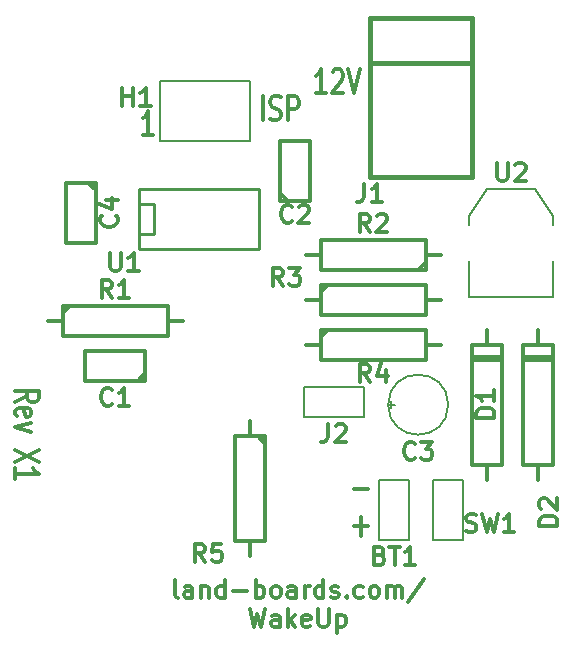
<source format=gto>
G04 (created by PCBNEW (2013-07-07 BZR 4022)-stable) date 11/7/2014 12:54:37 PM*
%MOIN*%
G04 Gerber Fmt 3.4, Leading zero omitted, Abs format*
%FSLAX34Y34*%
G01*
G70*
G90*
G04 APERTURE LIST*
%ADD10C,0.00590551*%
%ADD11C,0.012*%
%ADD12C,0.008*%
%ADD13C,0.01*%
%ADD14C,0.015*%
%ADD15C,0.006*%
%ADD16C,0.005*%
%ADD17C,0.0075*%
G04 APERTURE END LIST*
G54D10*
G54D11*
X14928Y-5023D02*
X14585Y-5023D01*
X14757Y-5023D02*
X14757Y-4223D01*
X14699Y-4338D01*
X14642Y-4414D01*
X14585Y-4452D01*
X15157Y-4300D02*
X15185Y-4261D01*
X15242Y-4223D01*
X15385Y-4223D01*
X15442Y-4261D01*
X15471Y-4300D01*
X15500Y-4376D01*
X15500Y-4452D01*
X15471Y-4566D01*
X15128Y-5023D01*
X15500Y-5023D01*
X15671Y-4223D02*
X15871Y-5023D01*
X16071Y-4223D01*
X15871Y-18219D02*
X16328Y-18219D01*
X15871Y-19459D02*
X16328Y-19459D01*
X16100Y-19763D02*
X16100Y-19154D01*
X4576Y-15299D02*
X4957Y-15099D01*
X4576Y-14957D02*
X5376Y-14957D01*
X5376Y-15185D01*
X5338Y-15242D01*
X5300Y-15271D01*
X5223Y-15299D01*
X5109Y-15299D01*
X5033Y-15271D01*
X4995Y-15242D01*
X4957Y-15185D01*
X4957Y-14957D01*
X4614Y-15785D02*
X4576Y-15728D01*
X4576Y-15614D01*
X4614Y-15557D01*
X4690Y-15528D01*
X4995Y-15528D01*
X5071Y-15557D01*
X5109Y-15614D01*
X5109Y-15728D01*
X5071Y-15785D01*
X4995Y-15814D01*
X4919Y-15814D01*
X4842Y-15528D01*
X5109Y-16014D02*
X4576Y-16157D01*
X5109Y-16300D01*
X5376Y-16928D02*
X4576Y-17328D01*
X5376Y-17328D02*
X4576Y-16928D01*
X4576Y-17871D02*
X4576Y-17528D01*
X4576Y-17700D02*
X5376Y-17700D01*
X5261Y-17642D01*
X5185Y-17585D01*
X5147Y-17528D01*
X12814Y-5923D02*
X12814Y-5123D01*
X13071Y-5885D02*
X13157Y-5923D01*
X13300Y-5923D01*
X13357Y-5885D01*
X13385Y-5847D01*
X13414Y-5771D01*
X13414Y-5695D01*
X13385Y-5619D01*
X13357Y-5580D01*
X13300Y-5542D01*
X13185Y-5504D01*
X13128Y-5466D01*
X13100Y-5428D01*
X13071Y-5352D01*
X13071Y-5276D01*
X13100Y-5200D01*
X13128Y-5161D01*
X13185Y-5123D01*
X13328Y-5123D01*
X13414Y-5161D01*
X13671Y-5923D02*
X13671Y-5123D01*
X13900Y-5123D01*
X13957Y-5161D01*
X13985Y-5200D01*
X14014Y-5276D01*
X14014Y-5390D01*
X13985Y-5466D01*
X13957Y-5504D01*
X13900Y-5542D01*
X13671Y-5542D01*
X9171Y-6423D02*
X8828Y-6423D01*
X9000Y-6423D02*
X9000Y-5623D01*
X8942Y-5738D01*
X8885Y-5814D01*
X8828Y-5852D01*
X9985Y-21842D02*
X9928Y-21814D01*
X9900Y-21757D01*
X9900Y-21242D01*
X10471Y-21842D02*
X10471Y-21528D01*
X10442Y-21471D01*
X10385Y-21442D01*
X10271Y-21442D01*
X10214Y-21471D01*
X10471Y-21814D02*
X10414Y-21842D01*
X10271Y-21842D01*
X10214Y-21814D01*
X10185Y-21757D01*
X10185Y-21700D01*
X10214Y-21642D01*
X10271Y-21614D01*
X10414Y-21614D01*
X10471Y-21585D01*
X10757Y-21442D02*
X10757Y-21842D01*
X10757Y-21500D02*
X10785Y-21471D01*
X10842Y-21442D01*
X10928Y-21442D01*
X10985Y-21471D01*
X11014Y-21528D01*
X11014Y-21842D01*
X11557Y-21842D02*
X11557Y-21242D01*
X11557Y-21814D02*
X11500Y-21842D01*
X11385Y-21842D01*
X11328Y-21814D01*
X11300Y-21785D01*
X11271Y-21728D01*
X11271Y-21557D01*
X11300Y-21500D01*
X11328Y-21471D01*
X11385Y-21442D01*
X11500Y-21442D01*
X11557Y-21471D01*
X11842Y-21614D02*
X12300Y-21614D01*
X12585Y-21842D02*
X12585Y-21242D01*
X12585Y-21471D02*
X12642Y-21442D01*
X12757Y-21442D01*
X12814Y-21471D01*
X12842Y-21500D01*
X12871Y-21557D01*
X12871Y-21728D01*
X12842Y-21785D01*
X12814Y-21814D01*
X12757Y-21842D01*
X12642Y-21842D01*
X12585Y-21814D01*
X13214Y-21842D02*
X13157Y-21814D01*
X13128Y-21785D01*
X13100Y-21728D01*
X13100Y-21557D01*
X13128Y-21500D01*
X13157Y-21471D01*
X13214Y-21442D01*
X13300Y-21442D01*
X13357Y-21471D01*
X13385Y-21500D01*
X13414Y-21557D01*
X13414Y-21728D01*
X13385Y-21785D01*
X13357Y-21814D01*
X13300Y-21842D01*
X13214Y-21842D01*
X13928Y-21842D02*
X13928Y-21528D01*
X13900Y-21471D01*
X13842Y-21442D01*
X13728Y-21442D01*
X13671Y-21471D01*
X13928Y-21814D02*
X13871Y-21842D01*
X13728Y-21842D01*
X13671Y-21814D01*
X13642Y-21757D01*
X13642Y-21700D01*
X13671Y-21642D01*
X13728Y-21614D01*
X13871Y-21614D01*
X13928Y-21585D01*
X14214Y-21842D02*
X14214Y-21442D01*
X14214Y-21557D02*
X14242Y-21500D01*
X14271Y-21471D01*
X14328Y-21442D01*
X14385Y-21442D01*
X14842Y-21842D02*
X14842Y-21242D01*
X14842Y-21814D02*
X14785Y-21842D01*
X14671Y-21842D01*
X14614Y-21814D01*
X14585Y-21785D01*
X14557Y-21728D01*
X14557Y-21557D01*
X14585Y-21500D01*
X14614Y-21471D01*
X14671Y-21442D01*
X14785Y-21442D01*
X14842Y-21471D01*
X15100Y-21814D02*
X15157Y-21842D01*
X15271Y-21842D01*
X15328Y-21814D01*
X15357Y-21757D01*
X15357Y-21728D01*
X15328Y-21671D01*
X15271Y-21642D01*
X15185Y-21642D01*
X15128Y-21614D01*
X15100Y-21557D01*
X15100Y-21528D01*
X15128Y-21471D01*
X15185Y-21442D01*
X15271Y-21442D01*
X15328Y-21471D01*
X15614Y-21785D02*
X15642Y-21814D01*
X15614Y-21842D01*
X15585Y-21814D01*
X15614Y-21785D01*
X15614Y-21842D01*
X16157Y-21814D02*
X16100Y-21842D01*
X15985Y-21842D01*
X15928Y-21814D01*
X15900Y-21785D01*
X15871Y-21728D01*
X15871Y-21557D01*
X15900Y-21500D01*
X15928Y-21471D01*
X15985Y-21442D01*
X16100Y-21442D01*
X16157Y-21471D01*
X16500Y-21842D02*
X16442Y-21814D01*
X16414Y-21785D01*
X16385Y-21728D01*
X16385Y-21557D01*
X16414Y-21500D01*
X16442Y-21471D01*
X16500Y-21442D01*
X16585Y-21442D01*
X16642Y-21471D01*
X16671Y-21500D01*
X16700Y-21557D01*
X16700Y-21728D01*
X16671Y-21785D01*
X16642Y-21814D01*
X16585Y-21842D01*
X16500Y-21842D01*
X16957Y-21842D02*
X16957Y-21442D01*
X16957Y-21500D02*
X16985Y-21471D01*
X17042Y-21442D01*
X17128Y-21442D01*
X17185Y-21471D01*
X17214Y-21528D01*
X17214Y-21842D01*
X17214Y-21528D02*
X17242Y-21471D01*
X17300Y-21442D01*
X17385Y-21442D01*
X17442Y-21471D01*
X17471Y-21528D01*
X17471Y-21842D01*
X18185Y-21214D02*
X17671Y-21985D01*
X12385Y-22202D02*
X12528Y-22802D01*
X12642Y-22374D01*
X12757Y-22802D01*
X12900Y-22202D01*
X13385Y-22802D02*
X13385Y-22488D01*
X13357Y-22431D01*
X13300Y-22402D01*
X13185Y-22402D01*
X13128Y-22431D01*
X13385Y-22774D02*
X13328Y-22802D01*
X13185Y-22802D01*
X13128Y-22774D01*
X13100Y-22717D01*
X13100Y-22660D01*
X13128Y-22602D01*
X13185Y-22574D01*
X13328Y-22574D01*
X13385Y-22545D01*
X13671Y-22802D02*
X13671Y-22202D01*
X13728Y-22574D02*
X13900Y-22802D01*
X13900Y-22402D02*
X13671Y-22631D01*
X14385Y-22774D02*
X14328Y-22802D01*
X14214Y-22802D01*
X14157Y-22774D01*
X14128Y-22717D01*
X14128Y-22488D01*
X14157Y-22431D01*
X14214Y-22402D01*
X14328Y-22402D01*
X14385Y-22431D01*
X14414Y-22488D01*
X14414Y-22545D01*
X14128Y-22602D01*
X14671Y-22202D02*
X14671Y-22688D01*
X14700Y-22745D01*
X14728Y-22774D01*
X14785Y-22802D01*
X14900Y-22802D01*
X14957Y-22774D01*
X14985Y-22745D01*
X15014Y-22688D01*
X15014Y-22202D01*
X15300Y-22402D02*
X15300Y-23002D01*
X15300Y-22431D02*
X15357Y-22402D01*
X15471Y-22402D01*
X15528Y-22431D01*
X15557Y-22460D01*
X15585Y-22517D01*
X15585Y-22688D01*
X15557Y-22745D01*
X15528Y-22774D01*
X15471Y-22802D01*
X15357Y-22802D01*
X15300Y-22774D01*
G54D12*
X19700Y-10600D02*
X19700Y-11800D01*
X19700Y-11800D02*
X22500Y-11800D01*
X22500Y-11800D02*
X22500Y-10600D01*
X19700Y-9400D02*
X19700Y-9100D01*
X19700Y-9100D02*
X20300Y-8200D01*
X20300Y-8200D02*
X21900Y-8200D01*
X21900Y-8200D02*
X22500Y-9100D01*
X22500Y-9100D02*
X22500Y-9400D01*
G54D13*
X8700Y-8700D02*
X9200Y-8700D01*
X9200Y-8700D02*
X9200Y-9700D01*
X9200Y-9700D02*
X8700Y-9700D01*
X8700Y-8200D02*
X12700Y-8200D01*
X12700Y-8200D02*
X12700Y-10200D01*
X12700Y-10200D02*
X8700Y-10200D01*
X8700Y-10200D02*
X8700Y-8200D01*
G54D11*
X8880Y-14600D02*
X6900Y-14600D01*
X6900Y-14600D02*
X6900Y-13600D01*
X6900Y-13600D02*
X8900Y-13600D01*
X8900Y-13600D02*
X8900Y-14600D01*
X8900Y-14350D02*
X8650Y-14600D01*
X13400Y-8580D02*
X13400Y-6600D01*
X13400Y-6600D02*
X14400Y-6600D01*
X14400Y-6600D02*
X14400Y-8600D01*
X14400Y-8600D02*
X13400Y-8600D01*
X13650Y-8600D02*
X13400Y-8350D01*
X7250Y-8020D02*
X7250Y-10000D01*
X7250Y-10000D02*
X6250Y-10000D01*
X6250Y-10000D02*
X6250Y-8000D01*
X6250Y-8000D02*
X7250Y-8000D01*
X7000Y-8000D02*
X7250Y-8250D01*
G54D14*
X19800Y-2800D02*
X19800Y-2500D01*
X19800Y-2500D02*
X16400Y-2500D01*
X16400Y-2500D02*
X16400Y-2800D01*
X19800Y-4000D02*
X16400Y-4000D01*
X19800Y-7800D02*
X16400Y-7800D01*
X16400Y-2800D02*
X16400Y-7800D01*
X19800Y-2800D02*
X19800Y-7800D01*
G54D11*
X18250Y-10900D02*
X18250Y-9900D01*
X18250Y-9900D02*
X14750Y-9900D01*
X14750Y-9900D02*
X14750Y-10900D01*
X14750Y-10900D02*
X18250Y-10900D01*
X18250Y-10650D02*
X18000Y-10900D01*
X18250Y-10400D02*
X18750Y-10400D01*
X14750Y-10400D02*
X14250Y-10400D01*
X14750Y-11400D02*
X14750Y-12400D01*
X14750Y-12400D02*
X18250Y-12400D01*
X18250Y-12400D02*
X18250Y-11400D01*
X18250Y-11400D02*
X14750Y-11400D01*
X14750Y-11650D02*
X15000Y-11400D01*
X14750Y-11900D02*
X14250Y-11900D01*
X18250Y-11900D02*
X18750Y-11900D01*
X14750Y-12900D02*
X14750Y-13900D01*
X14750Y-13900D02*
X18250Y-13900D01*
X18250Y-13900D02*
X18250Y-12900D01*
X18250Y-12900D02*
X14750Y-12900D01*
X14750Y-13150D02*
X15000Y-12900D01*
X14750Y-13400D02*
X14250Y-13400D01*
X18250Y-13400D02*
X18750Y-13400D01*
G54D15*
X17700Y-19900D02*
X16700Y-19900D01*
X16700Y-19900D02*
X16700Y-17900D01*
X16700Y-17900D02*
X17700Y-17900D01*
X17700Y-17900D02*
X17700Y-19900D01*
X19500Y-19900D02*
X18500Y-19900D01*
X18500Y-19900D02*
X18500Y-17900D01*
X18500Y-17900D02*
X19500Y-17900D01*
X19500Y-17900D02*
X19500Y-19900D01*
X14200Y-15800D02*
X14200Y-14800D01*
X14200Y-14800D02*
X16200Y-14800D01*
X16200Y-14800D02*
X16200Y-15800D01*
X16200Y-15800D02*
X14200Y-15800D01*
G54D11*
X22000Y-12900D02*
X22000Y-13400D01*
X22000Y-13400D02*
X21500Y-13400D01*
X21500Y-13400D02*
X21500Y-17400D01*
X21500Y-17400D02*
X22000Y-17400D01*
X22000Y-17400D02*
X22000Y-17900D01*
X22000Y-17400D02*
X22500Y-17400D01*
X22500Y-17400D02*
X22500Y-13400D01*
X22500Y-13400D02*
X22000Y-13400D01*
X21500Y-13900D02*
X22500Y-13900D01*
X21500Y-13800D02*
X22500Y-13800D01*
X20300Y-12900D02*
X20300Y-13400D01*
X20300Y-13400D02*
X19800Y-13400D01*
X19800Y-13400D02*
X19800Y-17400D01*
X19800Y-17400D02*
X20300Y-17400D01*
X20300Y-17400D02*
X20300Y-17900D01*
X20300Y-17400D02*
X20800Y-17400D01*
X20800Y-17400D02*
X20800Y-13400D01*
X20800Y-13400D02*
X20300Y-13400D01*
X19800Y-13900D02*
X20800Y-13900D01*
X19800Y-13800D02*
X20800Y-13800D01*
G54D12*
X12400Y-6600D02*
X9400Y-6600D01*
X9400Y-4600D02*
X12400Y-4600D01*
X12400Y-4600D02*
X12400Y-6600D01*
X9400Y-6600D02*
X9400Y-4600D01*
G54D16*
X19001Y-15400D02*
G75*
G03X19001Y-15400I-1001J0D01*
G74*
G01*
G54D11*
X6150Y-12100D02*
X6150Y-13100D01*
X6150Y-13100D02*
X9650Y-13100D01*
X9650Y-13100D02*
X9650Y-12100D01*
X9650Y-12100D02*
X6150Y-12100D01*
X6150Y-12350D02*
X6400Y-12100D01*
X6150Y-12600D02*
X5650Y-12600D01*
X9650Y-12600D02*
X10150Y-12600D01*
X12900Y-16450D02*
X11900Y-16450D01*
X11900Y-16450D02*
X11900Y-19950D01*
X11900Y-19950D02*
X12900Y-19950D01*
X12900Y-19950D02*
X12900Y-16450D01*
X12650Y-16450D02*
X12900Y-16700D01*
X12400Y-16450D02*
X12400Y-15950D01*
X12400Y-19950D02*
X12400Y-20450D01*
X20642Y-7342D02*
X20642Y-7828D01*
X20671Y-7885D01*
X20700Y-7914D01*
X20757Y-7942D01*
X20871Y-7942D01*
X20928Y-7914D01*
X20957Y-7885D01*
X20985Y-7828D01*
X20985Y-7342D01*
X21242Y-7400D02*
X21271Y-7371D01*
X21328Y-7342D01*
X21471Y-7342D01*
X21528Y-7371D01*
X21557Y-7400D01*
X21585Y-7457D01*
X21585Y-7514D01*
X21557Y-7600D01*
X21214Y-7942D01*
X21585Y-7942D01*
X7742Y-10342D02*
X7742Y-10828D01*
X7771Y-10885D01*
X7800Y-10914D01*
X7857Y-10942D01*
X7971Y-10942D01*
X8028Y-10914D01*
X8057Y-10885D01*
X8085Y-10828D01*
X8085Y-10342D01*
X8685Y-10942D02*
X8342Y-10942D01*
X8514Y-10942D02*
X8514Y-10342D01*
X8457Y-10428D01*
X8400Y-10485D01*
X8342Y-10514D01*
X7800Y-15385D02*
X7771Y-15414D01*
X7685Y-15442D01*
X7628Y-15442D01*
X7542Y-15414D01*
X7485Y-15357D01*
X7457Y-15300D01*
X7428Y-15185D01*
X7428Y-15100D01*
X7457Y-14985D01*
X7485Y-14928D01*
X7542Y-14871D01*
X7628Y-14842D01*
X7685Y-14842D01*
X7771Y-14871D01*
X7800Y-14900D01*
X8371Y-15442D02*
X8028Y-15442D01*
X8200Y-15442D02*
X8200Y-14842D01*
X8142Y-14928D01*
X8085Y-14985D01*
X8028Y-15014D01*
X13800Y-9285D02*
X13771Y-9314D01*
X13685Y-9342D01*
X13628Y-9342D01*
X13542Y-9314D01*
X13485Y-9257D01*
X13457Y-9200D01*
X13428Y-9085D01*
X13428Y-9000D01*
X13457Y-8885D01*
X13485Y-8828D01*
X13542Y-8771D01*
X13628Y-8742D01*
X13685Y-8742D01*
X13771Y-8771D01*
X13800Y-8800D01*
X14028Y-8800D02*
X14057Y-8771D01*
X14114Y-8742D01*
X14257Y-8742D01*
X14314Y-8771D01*
X14342Y-8800D01*
X14371Y-8857D01*
X14371Y-8914D01*
X14342Y-9000D01*
X14000Y-9342D01*
X14371Y-9342D01*
X7935Y-9100D02*
X7964Y-9128D01*
X7992Y-9214D01*
X7992Y-9271D01*
X7964Y-9357D01*
X7907Y-9414D01*
X7850Y-9442D01*
X7735Y-9471D01*
X7650Y-9471D01*
X7535Y-9442D01*
X7478Y-9414D01*
X7421Y-9357D01*
X7392Y-9271D01*
X7392Y-9214D01*
X7421Y-9128D01*
X7450Y-9100D01*
X7592Y-8585D02*
X7992Y-8585D01*
X7364Y-8728D02*
X7792Y-8871D01*
X7792Y-8500D01*
X16200Y-8042D02*
X16200Y-8471D01*
X16171Y-8557D01*
X16114Y-8614D01*
X16028Y-8642D01*
X15971Y-8642D01*
X16800Y-8642D02*
X16457Y-8642D01*
X16628Y-8642D02*
X16628Y-8042D01*
X16571Y-8128D01*
X16514Y-8185D01*
X16457Y-8214D01*
X16400Y-9642D02*
X16200Y-9357D01*
X16057Y-9642D02*
X16057Y-9042D01*
X16285Y-9042D01*
X16342Y-9071D01*
X16371Y-9100D01*
X16400Y-9157D01*
X16400Y-9242D01*
X16371Y-9300D01*
X16342Y-9328D01*
X16285Y-9357D01*
X16057Y-9357D01*
X16628Y-9100D02*
X16657Y-9071D01*
X16714Y-9042D01*
X16857Y-9042D01*
X16914Y-9071D01*
X16942Y-9100D01*
X16971Y-9157D01*
X16971Y-9214D01*
X16942Y-9300D01*
X16600Y-9642D01*
X16971Y-9642D01*
X13500Y-11442D02*
X13300Y-11157D01*
X13157Y-11442D02*
X13157Y-10842D01*
X13385Y-10842D01*
X13442Y-10871D01*
X13471Y-10900D01*
X13500Y-10957D01*
X13500Y-11042D01*
X13471Y-11100D01*
X13442Y-11128D01*
X13385Y-11157D01*
X13157Y-11157D01*
X13700Y-10842D02*
X14071Y-10842D01*
X13871Y-11071D01*
X13957Y-11071D01*
X14014Y-11100D01*
X14042Y-11128D01*
X14071Y-11185D01*
X14071Y-11328D01*
X14042Y-11385D01*
X14014Y-11414D01*
X13957Y-11442D01*
X13785Y-11442D01*
X13728Y-11414D01*
X13700Y-11385D01*
X16400Y-14642D02*
X16200Y-14357D01*
X16057Y-14642D02*
X16057Y-14042D01*
X16285Y-14042D01*
X16342Y-14071D01*
X16371Y-14100D01*
X16400Y-14157D01*
X16400Y-14242D01*
X16371Y-14300D01*
X16342Y-14328D01*
X16285Y-14357D01*
X16057Y-14357D01*
X16914Y-14242D02*
X16914Y-14642D01*
X16771Y-14014D02*
X16628Y-14442D01*
X17000Y-14442D01*
X16728Y-20428D02*
X16814Y-20457D01*
X16842Y-20485D01*
X16871Y-20542D01*
X16871Y-20628D01*
X16842Y-20685D01*
X16814Y-20714D01*
X16757Y-20742D01*
X16528Y-20742D01*
X16528Y-20142D01*
X16728Y-20142D01*
X16785Y-20171D01*
X16814Y-20200D01*
X16842Y-20257D01*
X16842Y-20314D01*
X16814Y-20371D01*
X16785Y-20400D01*
X16728Y-20428D01*
X16528Y-20428D01*
X17042Y-20142D02*
X17385Y-20142D01*
X17214Y-20742D02*
X17214Y-20142D01*
X17900Y-20742D02*
X17557Y-20742D01*
X17728Y-20742D02*
X17728Y-20142D01*
X17671Y-20228D01*
X17614Y-20285D01*
X17557Y-20314D01*
X19600Y-19614D02*
X19685Y-19642D01*
X19828Y-19642D01*
X19885Y-19614D01*
X19914Y-19585D01*
X19942Y-19528D01*
X19942Y-19471D01*
X19914Y-19414D01*
X19885Y-19385D01*
X19828Y-19357D01*
X19714Y-19328D01*
X19657Y-19300D01*
X19628Y-19271D01*
X19600Y-19214D01*
X19600Y-19157D01*
X19628Y-19100D01*
X19657Y-19071D01*
X19714Y-19042D01*
X19857Y-19042D01*
X19942Y-19071D01*
X20142Y-19042D02*
X20285Y-19642D01*
X20400Y-19214D01*
X20514Y-19642D01*
X20657Y-19042D01*
X21200Y-19642D02*
X20857Y-19642D01*
X21028Y-19642D02*
X21028Y-19042D01*
X20971Y-19128D01*
X20914Y-19185D01*
X20857Y-19214D01*
X15000Y-16042D02*
X15000Y-16471D01*
X14971Y-16557D01*
X14914Y-16614D01*
X14828Y-16642D01*
X14771Y-16642D01*
X15257Y-16100D02*
X15285Y-16071D01*
X15342Y-16042D01*
X15485Y-16042D01*
X15542Y-16071D01*
X15571Y-16100D01*
X15600Y-16157D01*
X15600Y-16214D01*
X15571Y-16300D01*
X15228Y-16642D01*
X15600Y-16642D01*
X22642Y-19442D02*
X22042Y-19442D01*
X22042Y-19300D01*
X22071Y-19214D01*
X22128Y-19157D01*
X22185Y-19128D01*
X22300Y-19100D01*
X22385Y-19100D01*
X22500Y-19128D01*
X22557Y-19157D01*
X22614Y-19214D01*
X22642Y-19300D01*
X22642Y-19442D01*
X22100Y-18871D02*
X22071Y-18842D01*
X22042Y-18785D01*
X22042Y-18642D01*
X22071Y-18585D01*
X22100Y-18557D01*
X22157Y-18528D01*
X22214Y-18528D01*
X22300Y-18557D01*
X22642Y-18900D01*
X22642Y-18528D01*
X20542Y-15842D02*
X19942Y-15842D01*
X19942Y-15700D01*
X19971Y-15614D01*
X20028Y-15557D01*
X20085Y-15528D01*
X20200Y-15500D01*
X20285Y-15500D01*
X20400Y-15528D01*
X20457Y-15557D01*
X20514Y-15614D01*
X20542Y-15700D01*
X20542Y-15842D01*
X20542Y-14928D02*
X20542Y-15271D01*
X20542Y-15100D02*
X19942Y-15100D01*
X20028Y-15157D01*
X20085Y-15214D01*
X20114Y-15271D01*
X8142Y-5442D02*
X8142Y-4842D01*
X8142Y-5128D02*
X8485Y-5128D01*
X8485Y-5442D02*
X8485Y-4842D01*
X9085Y-5442D02*
X8742Y-5442D01*
X8914Y-5442D02*
X8914Y-4842D01*
X8857Y-4928D01*
X8800Y-4985D01*
X8742Y-5014D01*
X17900Y-17185D02*
X17871Y-17214D01*
X17785Y-17242D01*
X17728Y-17242D01*
X17642Y-17214D01*
X17585Y-17157D01*
X17557Y-17100D01*
X17528Y-16985D01*
X17528Y-16900D01*
X17557Y-16785D01*
X17585Y-16728D01*
X17642Y-16671D01*
X17728Y-16642D01*
X17785Y-16642D01*
X17871Y-16671D01*
X17900Y-16700D01*
X18100Y-16642D02*
X18471Y-16642D01*
X18271Y-16871D01*
X18357Y-16871D01*
X18414Y-16900D01*
X18442Y-16928D01*
X18471Y-16985D01*
X18471Y-17128D01*
X18442Y-17185D01*
X18414Y-17214D01*
X18357Y-17242D01*
X18185Y-17242D01*
X18128Y-17214D01*
X18100Y-17185D01*
G54D17*
X16985Y-15407D02*
X17214Y-15407D01*
X17100Y-15521D02*
X17100Y-15292D01*
G54D12*
G54D11*
X7800Y-11842D02*
X7600Y-11557D01*
X7457Y-11842D02*
X7457Y-11242D01*
X7685Y-11242D01*
X7742Y-11271D01*
X7771Y-11300D01*
X7800Y-11357D01*
X7800Y-11442D01*
X7771Y-11500D01*
X7742Y-11528D01*
X7685Y-11557D01*
X7457Y-11557D01*
X8371Y-11842D02*
X8028Y-11842D01*
X8200Y-11842D02*
X8200Y-11242D01*
X8142Y-11328D01*
X8085Y-11385D01*
X8028Y-11414D01*
X10900Y-20642D02*
X10700Y-20357D01*
X10557Y-20642D02*
X10557Y-20042D01*
X10785Y-20042D01*
X10842Y-20071D01*
X10871Y-20100D01*
X10900Y-20157D01*
X10900Y-20242D01*
X10871Y-20300D01*
X10842Y-20328D01*
X10785Y-20357D01*
X10557Y-20357D01*
X11442Y-20042D02*
X11157Y-20042D01*
X11128Y-20328D01*
X11157Y-20300D01*
X11214Y-20271D01*
X11357Y-20271D01*
X11414Y-20300D01*
X11442Y-20328D01*
X11471Y-20385D01*
X11471Y-20528D01*
X11442Y-20585D01*
X11414Y-20614D01*
X11357Y-20642D01*
X11214Y-20642D01*
X11157Y-20614D01*
X11128Y-20585D01*
M02*

</source>
